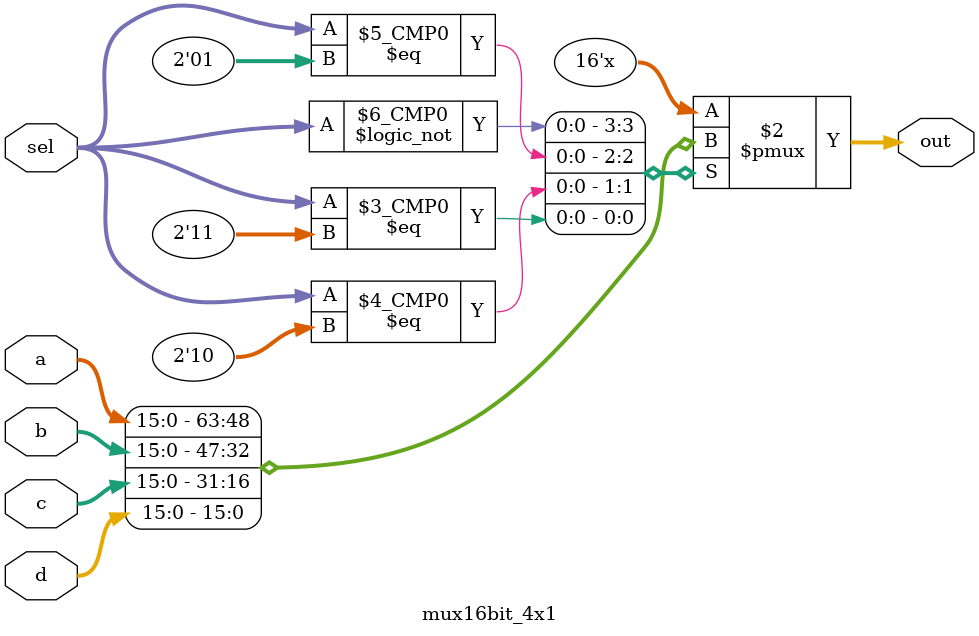
<source format=v>
module mux8bit_4x1(a,b,c,d,sel,out);//fourth one is for custom instruction: load from register address
output reg [7:0] out;
input [1:0] sel;
input [7:0] a,b,c,d;
always@(*) begin
    case(sel)
        2'b00:out = a;
        2'b01:out = b;
        2'b10:out = c;
        2'b11:out = d;
    endcase;
end
endmodule

module mux8bit_2x1(a,b,sel,out);//fourth one is for custom instruction: load from register address
output reg [7:0] out;
input sel;
input [7:0] a,b;
always@(*) begin
    case(sel)
        1'b0:out = a;
        1'b1:out = b;
    endcase;
end
endmodule

module mux9bit_2x1(a,b,sel,out);//for use in pc aggregate module
output reg [8:0] out;
input sel;
input [8:0] a,b;
always@(*) begin
    case(sel)
        1'b0:out = a;
        1'b1:out = b;
    endcase;
end
endmodule

module mux16bit_2x1(a,b,sel,out);
output reg [15:0] out;
input sel;
input [15:0] a,b;
always@(*) begin
    case(sel)
        1'b0:out = a;
        1'b1:out = b;
    endcase;
end
endmodule

module mux16bit_4x1(a,b,c,d,sel,out);
output reg [15:0] out;
input [1:0] sel;
input [15:0] a,b,c,d;
always@(*) begin
    case(sel)
        2'b00:out = a;
        2'b01:out = b;
        2'b10:out = c;
        2'b11:out = d;
    endcase
end
endmodule

</source>
